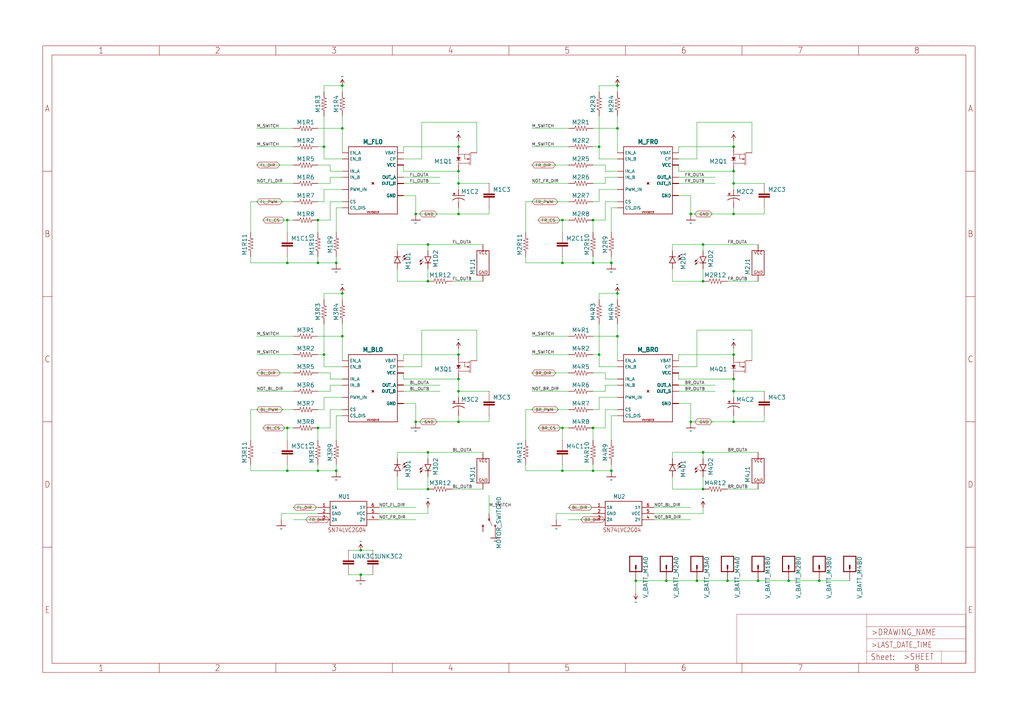
<source format=kicad_sch>
(kicad_sch (version 20211123) (generator eeschema)
  (paper "User" 425.45 299.161)
  (junction (at 119.38 177.8))
  (junction (at 246.38 195.58))
  (junction (at 190.5 71.12))
  (junction (at 304.8 162.56))
  (junction (at 287.02 175.26))
  (junction (at 142.24 139.7))
  (junction (at 264.16 241.3))
  (junction (at 327.66 241.3))
  (junction (at 289.56 241.3))
  (junction (at 134.62 147.32))
  (junction (at 190.5 157.48))
  (junction (at 134.62 60.96))
  (junction (at 256.54 121.92))
  (junction (at 233.68 91.44))
  (junction (at 292.1 203.2))
  (junction (at 190.5 175.26))
  (junction (at 314.96 241.3))
  (junction (at 304.8 60.96))
  (junction (at 302.26 241.3))
  (junction (at 233.68 195.58))
  (junction (at 177.8 203.2))
  (junction (at 177.8 116.84))
  (junction (at 190.5 147.32))
  (junction (at 132.08 109.22))
  (junction (at 142.24 53.34))
  (junction (at 246.38 91.44))
  (junction (at 246.38 177.8))
  (junction (at 172.72 88.9))
  (junction (at 190.5 162.56))
  (junction (at 304.8 71.12))
  (junction (at 119.38 109.22))
  (junction (at 119.38 195.58))
  (junction (at 304.8 88.9))
  (junction (at 177.8 101.6))
  (junction (at 233.68 109.22))
  (junction (at 246.38 109.22))
  (junction (at 142.24 121.92))
  (junction (at 254 109.22))
  (junction (at 292.1 101.6))
  (junction (at 304.8 147.32))
  (junction (at 190.5 60.96))
  (junction (at 132.08 195.58))
  (junction (at 149.86 228.6))
  (junction (at 248.92 60.96))
  (junction (at 292.1 187.96))
  (junction (at 190.5 88.9))
  (junction (at 254 195.58))
  (junction (at 287.02 88.9))
  (junction (at 149.86 238.76))
  (junction (at 292.1 116.84))
  (junction (at 190.5 76.2))
  (junction (at 340.36 241.3))
  (junction (at 304.8 175.26))
  (junction (at 256.54 35.56))
  (junction (at 256.54 139.7))
  (junction (at 132.08 91.44))
  (junction (at 132.08 177.8))
  (junction (at 233.68 177.8))
  (junction (at 276.86 241.3))
  (junction (at 304.8 76.2))
  (junction (at 256.54 53.34))
  (junction (at 304.8 157.48))
  (junction (at 119.38 91.44))
  (junction (at 139.7 195.58))
  (junction (at 248.92 147.32))
  (junction (at 142.24 35.56))
  (junction (at 177.8 187.96))
  (junction (at 139.7 109.22))
  (junction (at 172.72 175.26))
  (wire (pts (xy 137.16 68.58) (xy 132.08 68.58)))
  (wire (pts (xy 142.24 53.34) (xy 142.24 63.5)))
  (wire (pts (xy 246.38 162.56) (xy 251.46 162.56)))
  (wire (pts (xy 203.2 213.36) (xy 203.2 205.74)))
  (wire (pts (xy 314.96 116.84) (xy 302.26 116.84)))
  (wire (pts (xy 121.92 147.32) (xy 106.68 147.32)))
  (wire (pts (xy 167.64 71.12) (xy 190.5 71.12)))
  (wire (pts (xy 254 172.72) (xy 254 182.88)))
  (wire (pts (xy 292.1 104.14) (xy 292.1 101.6)))
  (wire (pts (xy 132.08 215.9) (xy 121.92 215.9)))
  (wire (pts (xy 236.22 147.32) (xy 220.98 147.32)))
  (wire (pts (xy 251.46 157.48) (xy 251.46 154.94)))
  (wire (pts (xy 104.14 83.82) (xy 104.14 96.52)))
  (wire (pts (xy 165.1 101.6) (xy 165.1 104.14)))
  (wire (pts (xy 142.24 165.1) (xy 134.62 165.1)))
  (wire (pts (xy 142.24 124.46) (xy 142.24 121.92)))
  (wire (pts (xy 142.24 38.1) (xy 142.24 35.56)))
  (wire (pts (xy 248.92 48.26) (xy 248.92 60.96)))
  (wire (pts (xy 198.12 50.8) (xy 198.12 63.5)))
  (wire (pts (xy 304.8 88.9) (xy 287.02 88.9)))
  (wire (pts (xy 281.94 149.86) (xy 281.94 147.32)))
  (wire (pts (xy 137.16 71.12) (xy 137.16 68.58)))
  (wire (pts (xy 203.2 86.36) (xy 203.2 88.9)))
  (wire (pts (xy 177.8 213.36) (xy 177.8 210.82)))
  (wire (pts (xy 281.94 71.12) (xy 304.8 71.12)))
  (wire (pts (xy 190.5 71.12) (xy 190.5 76.2)))
  (wire (pts (xy 132.08 106.68) (xy 132.08 109.22)))
  (wire (pts (xy 137.16 160.02) (xy 142.24 160.02)))
  (wire (pts (xy 167.64 167.64) (xy 172.72 167.64)))
  (wire (pts (xy 236.22 139.7) (xy 220.98 139.7)))
  (wire (pts (xy 246.38 76.2) (xy 251.46 76.2)))
  (wire (pts (xy 132.08 210.82) (xy 121.92 210.82)))
  (wire (pts (xy 167.64 81.28) (xy 172.72 81.28)))
  (wire (pts (xy 167.64 66.04) (xy 175.26 66.04)))
  (wire (pts (xy 231.14 213.36) (xy 231.14 215.9)))
  (wire (pts (xy 121.92 91.44) (xy 119.38 91.44)))
  (wire (pts (xy 167.64 152.4) (xy 175.26 152.4)))
  (wire (pts (xy 251.46 177.8) (xy 251.46 170.18)))
  (wire (pts (xy 203.2 76.2) (xy 190.5 76.2)))
  (wire (pts (xy 132.08 182.88) (xy 132.08 177.8)))
  (wire (pts (xy 254 106.68) (xy 254 109.22)))
  (wire (pts (xy 139.7 172.72) (xy 139.7 182.88)))
  (wire (pts (xy 132.08 83.82) (xy 134.62 83.82)))
  (wire (pts (xy 190.5 60.96) (xy 190.5 58.42)))
  (wire (pts (xy 246.38 106.68) (xy 246.38 109.22)))
  (wire (pts (xy 256.54 66.04) (xy 248.92 66.04)))
  (wire (pts (xy 287.02 81.28) (xy 287.02 88.9)))
  (wire (pts (xy 281.94 68.58) (xy 281.94 71.12)))
  (wire (pts (xy 167.64 63.5) (xy 167.64 60.96)))
  (wire (pts (xy 116.84 213.36) (xy 116.84 215.9)))
  (wire (pts (xy 251.46 162.56) (xy 251.46 160.02)))
  (wire (pts (xy 157.48 215.9) (xy 172.72 215.9)))
  (wire (pts (xy 246.38 215.9) (xy 236.22 215.9)))
  (wire (pts (xy 132.08 139.7) (xy 142.24 139.7)))
  (wire (pts (xy 246.38 213.36) (xy 231.14 213.36)))
  (wire (pts (xy 256.54 157.48) (xy 251.46 157.48)))
  (wire (pts (xy 104.14 195.58) (xy 119.38 195.58)))
  (wire (pts (xy 165.1 198.12) (xy 165.1 203.2)))
  (wire (pts (xy 149.86 238.76) (xy 144.78 238.76)))
  (wire (pts (xy 134.62 48.26) (xy 134.62 60.96)))
  (wire (pts (xy 167.64 160.02) (xy 182.88 160.02)))
  (wire (pts (xy 236.22 162.56) (xy 220.98 162.56)))
  (wire (pts (xy 142.24 152.4) (xy 134.62 152.4)))
  (wire (pts (xy 271.78 213.36) (xy 292.1 213.36)))
  (wire (pts (xy 251.46 73.66) (xy 256.54 73.66)))
  (wire (pts (xy 317.5 86.36) (xy 317.5 88.9)))
  (wire (pts (xy 137.16 91.44) (xy 137.16 83.82)))
  (wire (pts (xy 236.22 91.44) (xy 233.68 91.44)))
  (wire (pts (xy 317.5 88.9) (xy 304.8 88.9)))
  (wire (pts (xy 134.62 83.82) (xy 134.62 78.74)))
  (wire (pts (xy 264.16 241.3) (xy 276.86 241.3)))
  (wire (pts (xy 256.54 71.12) (xy 251.46 71.12)))
  (wire (pts (xy 251.46 71.12) (xy 251.46 68.58)))
  (wire (pts (xy 256.54 170.18) (xy 251.46 170.18)))
  (wire (pts (xy 119.38 193.04) (xy 119.38 195.58)))
  (wire (pts (xy 167.64 76.2) (xy 182.88 76.2)))
  (wire (pts (xy 167.64 68.58) (xy 167.64 71.12)))
  (wire (pts (xy 304.8 175.26) (xy 287.02 175.26)))
  (wire (pts (xy 132.08 109.22) (xy 139.7 109.22)))
  (wire (pts (xy 248.92 170.18) (xy 248.92 165.1)))
  (wire (pts (xy 246.38 53.34) (xy 256.54 53.34)))
  (wire (pts (xy 304.8 71.12) (xy 304.8 76.2)))
  (wire (pts (xy 132.08 193.04) (xy 132.08 195.58)))
  (wire (pts (xy 132.08 91.44) (xy 137.16 91.44)))
  (wire (pts (xy 187.96 203.2) (xy 200.66 203.2)))
  (wire (pts (xy 289.56 66.04) (xy 289.56 50.8)))
  (wire (pts (xy 137.16 76.2) (xy 137.16 73.66)))
  (wire (pts (xy 218.44 106.68) (xy 218.44 109.22)))
  (wire (pts (xy 251.46 68.58) (xy 246.38 68.58)))
  (wire (pts (xy 246.38 109.22) (xy 254 109.22)))
  (wire (pts (xy 304.8 86.36) (xy 304.8 88.9)))
  (wire (pts (xy 167.64 73.66) (xy 182.88 73.66)))
  (wire (pts (xy 281.94 154.94) (xy 281.94 157.48)))
  (wire (pts (xy 203.2 175.26) (xy 190.5 175.26)))
  (wire (pts (xy 256.54 53.34) (xy 256.54 63.5)))
  (wire (pts (xy 190.5 86.36) (xy 190.5 88.9)))
  (wire (pts (xy 281.94 162.56) (xy 297.18 162.56)))
  (wire (pts (xy 279.4 104.14) (xy 279.4 101.6)))
  (wire (pts (xy 312.42 137.16) (xy 312.42 149.86)))
  (wire (pts (xy 279.4 190.5) (xy 279.4 187.96)))
  (wire (pts (xy 200.66 187.96) (xy 177.8 187.96)))
  (wire (pts (xy 165.1 203.2) (xy 177.8 203.2)))
  (wire (pts (xy 134.62 38.1) (xy 134.62 35.56)))
  (wire (pts (xy 142.24 83.82) (xy 137.16 83.82)))
  (wire (pts (xy 302.26 241.3) (xy 314.96 241.3)))
  (wire (pts (xy 287.02 167.64) (xy 287.02 175.26)))
  (wire (pts (xy 248.92 152.4) (xy 248.92 147.32)))
  (wire (pts (xy 264.16 241.3) (xy 264.16 246.38)))
  (wire (pts (xy 256.54 152.4) (xy 248.92 152.4)))
  (wire (pts (xy 317.5 162.56) (xy 304.8 162.56)))
  (wire (pts (xy 281.94 76.2) (xy 297.18 76.2)))
  (wire (pts (xy 139.7 193.04) (xy 139.7 195.58)))
  (wire (pts (xy 289.56 137.16) (xy 312.42 137.16)))
  (wire (pts (xy 165.1 187.96) (xy 165.1 190.5)))
  (wire (pts (xy 248.92 134.62) (xy 248.92 147.32)))
  (wire (pts (xy 142.24 170.18) (xy 137.16 170.18)))
  (wire (pts (xy 281.94 152.4) (xy 289.56 152.4)))
  (wire (pts (xy 149.86 228.6) (xy 154.94 228.6)))
  (wire (pts (xy 236.22 76.2) (xy 220.98 76.2)))
  (wire (pts (xy 134.62 147.32) (xy 132.08 147.32)))
  (wire (pts (xy 292.1 101.6) (xy 314.96 101.6)))
  (wire (pts (xy 198.12 137.16) (xy 198.12 149.86)))
  (wire (pts (xy 256.54 139.7) (xy 256.54 149.86)))
  (wire (pts (xy 304.8 147.32) (xy 304.8 144.78)))
  (wire (pts (xy 218.44 193.04) (xy 218.44 195.58)))
  (wire (pts (xy 119.38 106.68) (xy 119.38 109.22)))
  (wire (pts (xy 190.5 162.56) (xy 190.5 165.1)))
  (wire (pts (xy 292.1 203.2) (xy 292.1 198.12)))
  (wire (pts (xy 302.26 203.2) (xy 314.96 203.2)))
  (wire (pts (xy 281.94 167.64) (xy 287.02 167.64)))
  (wire (pts (xy 304.8 76.2) (xy 304.8 78.74)))
  (wire (pts (xy 281.94 63.5) (xy 281.94 60.96)))
  (wire (pts (xy 203.2 162.56) (xy 190.5 162.56)))
  (wire (pts (xy 167.64 157.48) (xy 190.5 157.48)))
  (wire (pts (xy 248.92 35.56) (xy 256.54 35.56)))
  (wire (pts (xy 134.62 66.04) (xy 134.62 60.96)))
  (wire (pts (xy 142.24 172.72) (xy 139.7 172.72)))
  (wire (pts (xy 281.94 73.66) (xy 297.18 73.66)))
  (wire (pts (xy 167.64 162.56) (xy 182.88 162.56)))
  (wire (pts (xy 292.1 111.76) (xy 292.1 116.84)))
  (wire (pts (xy 139.7 106.68) (xy 139.7 109.22)))
  (wire (pts (xy 121.92 162.56) (xy 106.68 162.56)))
  (wire (pts (xy 167.64 149.86) (xy 167.64 147.32)))
  (wire (pts (xy 177.8 187.96) (xy 165.1 187.96)))
  (wire (pts (xy 142.24 66.04) (xy 134.62 66.04)))
  (wire (pts (xy 157.48 213.36) (xy 177.8 213.36)))
  (wire (pts (xy 279.4 101.6) (xy 292.1 101.6)))
  (wire (pts (xy 233.68 177.8) (xy 223.52 177.8)))
  (wire (pts (xy 137.16 162.56) (xy 137.16 160.02)))
  (wire (pts (xy 281.94 81.28) (xy 287.02 81.28)))
  (wire (pts (xy 137.16 73.66) (xy 142.24 73.66)))
  (wire (pts (xy 279.4 116.84) (xy 292.1 116.84)))
  (wire (pts (xy 281.94 160.02) (xy 297.18 160.02)))
  (wire (pts (xy 236.22 170.18) (xy 218.44 170.18)))
  (wire (pts (xy 251.46 160.02) (xy 256.54 160.02)))
  (wire (pts (xy 246.38 83.82) (xy 248.92 83.82)))
  (wire (pts (xy 175.26 137.16) (xy 198.12 137.16)))
  (wire (pts (xy 200.66 101.6) (xy 177.8 101.6)))
  (wire (pts (xy 292.1 213.36) (xy 292.1 210.82)))
  (wire (pts (xy 304.8 162.56) (xy 304.8 165.1)))
  (wire (pts (xy 312.42 50.8) (xy 312.42 63.5)))
  (wire (pts (xy 233.68 195.58) (xy 246.38 195.58)))
  (wire (pts (xy 314.96 241.3) (xy 327.66 241.3)))
  (wire (pts (xy 175.26 152.4) (xy 175.26 137.16)))
  (wire (pts (xy 246.38 193.04) (xy 246.38 195.58)))
  (wire (pts (xy 121.92 154.94) (xy 106.68 154.94)))
  (wire (pts (xy 167.64 60.96) (xy 190.5 60.96)))
  (wire (pts (xy 246.38 195.58) (xy 254 195.58)))
  (wire (pts (xy 119.38 109.22) (xy 132.08 109.22)))
  (wire (pts (xy 248.92 121.92) (xy 256.54 121.92)))
  (wire (pts (xy 132.08 170.18) (xy 134.62 170.18)))
  (wire (pts (xy 256.54 83.82) (xy 251.46 83.82)))
  (wire (pts (xy 271.78 215.9) (xy 287.02 215.9)))
  (wire (pts (xy 177.8 190.5) (xy 177.8 187.96)))
  (wire (pts (xy 137.16 177.8) (xy 137.16 170.18)))
  (wire (pts (xy 279.4 187.96) (xy 292.1 187.96)))
  (wire (pts (xy 154.94 238.76) (xy 149.86 238.76)))
  (wire (pts (xy 121.92 139.7) (xy 106.68 139.7)))
  (wire (pts (xy 175.26 50.8) (xy 198.12 50.8)))
  (wire (pts (xy 248.92 38.1) (xy 248.92 35.56)))
  (wire (pts (xy 233.68 106.68) (xy 233.68 109.22)))
  (wire (pts (xy 134.62 134.62) (xy 134.62 147.32)))
  (wire (pts (xy 246.38 170.18) (xy 248.92 170.18)))
  (wire (pts (xy 132.08 213.36) (xy 116.84 213.36)))
  (wire (pts (xy 246.38 210.82) (xy 236.22 210.82)))
  (wire (pts (xy 203.2 88.9) (xy 190.5 88.9)))
  (wire (pts (xy 157.48 210.82) (xy 172.72 210.82)))
  (wire (pts (xy 256.54 124.46) (xy 256.54 121.92)))
  (wire (pts (xy 248.92 83.82) (xy 248.92 78.74)))
  (wire (pts (xy 104.14 182.88) (xy 104.14 170.18)))
  (wire (pts (xy 276.86 241.3) (xy 289.56 241.3)))
  (wire (pts (xy 167.64 147.32) (xy 190.5 147.32)))
  (wire (pts (xy 132.08 162.56) (xy 137.16 162.56)))
  (wire (pts (xy 177.8 101.6) (xy 165.1 101.6)))
  (wire (pts (xy 187.96 116.84) (xy 200.66 116.84)))
  (wire (pts (xy 279.4 111.76) (xy 279.4 116.84)))
  (wire (pts (xy 281.94 147.32) (xy 304.8 147.32)))
  (wire (pts (xy 233.68 109.22) (xy 246.38 109.22)))
  (wire (pts (xy 137.16 157.48) (xy 137.16 154.94)))
  (wire (pts (xy 218.44 182.88) (xy 218.44 170.18)))
  (wire (pts (xy 256.54 48.26) (xy 256.54 53.34)))
  (wire (pts (xy 292.1 190.5) (xy 292.1 187.96)))
  (wire (pts (xy 134.62 152.4) (xy 134.62 147.32)))
  (wire (pts (xy 142.24 86.36) (xy 139.7 86.36)))
  (wire (pts (xy 190.5 147.32) (xy 190.5 144.78)))
  (wire (pts (xy 218.44 109.22) (xy 233.68 109.22)))
  (wire (pts (xy 289.56 152.4) (xy 289.56 137.16)))
  (wire (pts (xy 172.72 167.64) (xy 172.72 175.26)))
  (wire (pts (xy 256.54 165.1) (xy 248.92 165.1)))
  (wire (pts (xy 292.1 187.96) (xy 314.96 187.96)))
  (wire (pts (xy 233.68 182.88) (xy 233.68 177.8)))
  (wire (pts (xy 218.44 83.82) (xy 218.44 96.52)))
  (wire (pts (xy 119.38 195.58) (xy 132.08 195.58)))
  (wire (pts (xy 304.8 60.96) (xy 304.8 58.42)))
  (wire (pts (xy 142.24 139.7) (xy 142.24 149.86)))
  (wire (pts (xy 281.94 157.48) (xy 304.8 157.48)))
  (wire (pts (xy 121.92 60.96) (xy 106.68 60.96)))
  (wire (pts (xy 119.38 177.8) (xy 109.22 177.8)))
  (wire (pts (xy 190.5 172.72) (xy 190.5 175.26)))
  (wire (pts (xy 139.7 86.36) (xy 139.7 96.52)))
  (wire (pts (xy 167.64 154.94) (xy 167.64 157.48)))
  (wire (pts (xy 142.24 134.62) (xy 142.24 139.7)))
  (wire (pts (xy 177.8 104.14) (xy 177.8 101.6)))
  (wire (pts (xy 121.92 68.58) (xy 106.68 68.58)))
  (wire (pts (xy 256.54 38.1) (xy 256.54 35.56)))
  (wire (pts (xy 119.38 96.52) (xy 119.38 91.44)))
  (wire (pts (xy 121.92 83.82) (xy 104.14 83.82)))
  (wire (pts (xy 121.92 53.34) (xy 106.68 53.34)))
  (wire (pts (xy 236.22 60.96) (xy 220.98 60.96)))
  (wire (pts (xy 190.5 88.9) (xy 172.72 88.9)))
  (wire (pts (xy 132.08 195.58) (xy 139.7 195.58)))
  (wire (pts (xy 327.66 241.3) (xy 340.36 241.3)))
  (wire (pts (xy 246.38 96.52) (xy 246.38 91.44)))
  (wire (pts (xy 248.92 66.04) (xy 248.92 60.96)))
  (wire (pts (xy 246.38 182.88) (xy 246.38 177.8)))
  (wire (pts (xy 175.26 66.04) (xy 175.26 50.8)))
  (wire (pts (xy 132.08 53.34) (xy 142.24 53.34)))
  (wire (pts (xy 142.24 71.12) (xy 137.16 71.12)))
  (wire (pts (xy 289.56 50.8) (xy 312.42 50.8)))
  (wire (pts (xy 218.44 195.58) (xy 233.68 195.58)))
  (wire (pts (xy 134.62 121.92) (xy 142.24 121.92)))
  (wire (pts (xy 134.62 124.46) (xy 134.62 121.92)))
  (wire (pts (xy 317.5 76.2) (xy 304.8 76.2)))
  (wire (pts (xy 304.8 157.48) (xy 304.8 162.56)))
  (wire (pts (xy 134.62 35.56) (xy 142.24 35.56)))
  (wire (pts (xy 177.8 111.76) (xy 177.8 116.84)))
  (wire (pts (xy 121.92 170.18) (xy 104.14 170.18)))
  (wire (pts (xy 279.4 198.12) (xy 279.4 203.2)))
  (wire (pts (xy 251.46 154.94) (xy 246.38 154.94)))
  (wire (pts (xy 119.38 182.88) (xy 119.38 177.8)))
  (wire (pts (xy 203.2 172.72) (xy 203.2 175.26)))
  (wire (pts (xy 236.22 68.58) (xy 220.98 68.58)))
  (wire (pts (xy 165.1 111.76) (xy 165.1 116.84)))
  (wire (pts (xy 256.54 78.74) (xy 248.92 78.74)))
  (wire (pts (xy 246.38 177.8) (xy 251.46 177.8)))
  (wire (pts (xy 340.36 241.3) (xy 353.06 241.3)))
  (wire (pts (xy 165.1 116.84) (xy 177.8 116.84)))
  (wire (pts (xy 233.68 91.44) (xy 223.52 91.44)))
  (wire (pts (xy 251.46 91.44) (xy 251.46 83.82)))
  (wire (pts (xy 281.94 60.96) (xy 304.8 60.96)))
  (wire (pts (xy 177.8 198.12) (xy 177.8 203.2)))
  (wire (pts (xy 137.16 154.94) (xy 132.08 154.94)))
  (wire (pts (xy 172.72 81.28) (xy 172.72 88.9)))
  (wire (pts (xy 248.92 124.46) (xy 248.92 121.92)))
  (wire (pts (xy 190.5 157.48) (xy 190.5 162.56)))
  (wire (pts (xy 254 86.36) (xy 254 96.52)))
  (wire (pts (xy 236.22 154.94) (xy 220.98 154.94)))
  (wire (pts (xy 248.92 60.96) (xy 246.38 60.96)))
  (wire (pts (xy 104.14 109.22) (xy 119.38 109.22)))
  (wire (pts (xy 142.24 78.74) (xy 134.62 78.74)))
  (wire (pts (xy 281.94 66.04) (xy 289.56 66.04)))
  (wire (pts (xy 251.46 76.2) (xy 251.46 73.66)))
  (wire (pts (xy 256.54 172.72) (xy 254 172.72)))
  (wire (pts (xy 121.92 177.8) (xy 119.38 177.8)))
  (wire (pts (xy 236.22 177.8) (xy 233.68 177.8)))
  (wire (pts (xy 142.24 48.26) (xy 142.24 53.34)))
  (wire (pts (xy 246.38 139.7) (xy 256.54 139.7)))
  (wire (pts (xy 236.22 83.82) (xy 218.44 83.82)))
  (wire (pts (xy 279.4 203.2) (xy 292.1 203.2)))
  (wire (pts (xy 233.68 91.44) (xy 233.68 96.52)))
  (wire (pts (xy 271.78 210.82) (xy 287.02 210.82)))
  (wire (pts (xy 254 193.04) (xy 254 195.58)))
  (wire (pts (xy 317.5 175.26) (xy 304.8 175.26)))
  (wire (pts (xy 317.5 172.72) (xy 317.5 175.26)))
  (wire (pts (xy 134.62 60.96) (xy 132.08 60.96)))
  (wire (pts (xy 132.08 76.2) (xy 137.16 76.2)))
  (wire (pts (xy 134.62 170.18) (xy 134.62 165.1)))
  (wire (pts (xy 121.92 76.2) (xy 106.68 76.2)))
  (wire (pts (xy 190.5 175.26) (xy 172.72 175.26)))
  (wire (pts (xy 233.68 193.04) (xy 233.68 195.58)))
  (wire (pts (xy 236.22 53.34) (xy 220.98 53.34)))
  (wire (pts (xy 248.92 147.32) (xy 246.38 147.32)))
  (wire (pts (xy 132.08 177.8) (xy 137.16 177.8)))
  (wire (pts (xy 256.54 134.62) (xy 256.54 139.7)))
  (wire (pts (xy 304.8 172.72) (xy 304.8 175.26)))
  (wire (pts (xy 132.08 96.52) (xy 132.08 91.44)))
  (wire (pts (xy 144.78 228.6) (xy 149.86 228.6)))
  (wire (pts (xy 104.14 106.68) (xy 104.14 109.22)))
  (wire (pts (xy 142.24 157.48) (xy 137.16 157.48)))
  (wire (pts (xy 256.54 86.36) (xy 254 86.36)))
  (wire (pts (xy 289.56 241.3) (xy 302.26 241.3)))
  (wire (pts (xy 190.5 76.2) (xy 190.5 78.74)))
  (wire (pts (xy 119.38 91.44) (xy 109.22 91.44)))
  (wire (pts (xy 104.14 193.04) (xy 104.14 195.58)))
  (wire (pts (xy 246.38 91.44) (xy 251.46 91.44)))
  (label "NOT_BL_DIR" (at 271.78 210.82 0) (effects (font (size 1.2446 1.2446))))
  (label "NOT_FR_DIR" (at 157.48 215.9 0) (effects (font (size 1.2446 1.2446))))
  (label "NOT_BR_DIR" (at 271.78 215.9 0) (effects (font (size 1.2446 1.2446))))
  (label "M_SWITCH" (at 203.2 210.82 0) (effects (font (size 1.2446 1.2446))))
  (label "M_SWITCH" (at 106.68 60.96 0) (effects (font (size 1.2446 1.2446))))
  (label "FR_OUTB" (at 302.26 116.84 0) (effects (font (size 1.2446 1.2446))))
  (label "FR_OUTB" (at 284.48 76.2 0) (effects (font (size 1.2446 1.2446))))
  (label "M_SWITCH" (at 106.68 139.7 0) (effects (font (size 1.2446 1.2446))))
  (label "BR_OUTA" (at 284.48 160.02 0) (effects (font (size 1.2446 1.2446))))
  (label "NOT_FL_DIR" (at 157.48 210.82 0) (effects (font (size 1.2446 1.2446))))
  (label "NOT_FL_DIR" (at 106.68 76.2 0) (effects (font (size 1.2446 1.2446))))
  (label "FL_OUTA" (at 187.96 101.6 0) (effects (font (size 1.2446 1.2446))))
  (label "FL_OUTB" (at 187.96 116.84 0) (effects (font (size 1.2446 1.2446))))
  (label "M_SWITCH" (at 220.98 139.7 0) (effects (font (size 1.2446 1.2446))))
  (label "FL_OUTA" (at 170.18 73.66 0) (effects (font (size 1.2446 1.2446))))
  (label "M_SWITCH" (at 106.68 53.34 0) (effects (font (size 1.2446 1.2446))))
  (label "FL_OUTB" (at 170.18 76.2 0) (effects (font (size 1.2446 1.2446))))
  (label "M_SWITCH" (at 220.98 147.32 0) (effects (font (size 1.2446 1.2446))))
  (label "M_SWITCH" (at 220.98 60.96 0) (effects (font (size 1.2446 1.2446))))
  (label "M_SWITCH" (at 106.68 147.32 0) (effects (font (size 1.2446 1.2446))))
  (label "NOT_BL_DIR" (at 106.68 162.56 0) (effects (font (size 1.2446 1.2446))))
  (label "FR_OUTA" (at 284.48 73.66 0) (effects (font (size 1.2446 1.2446))))
  (label "BL_OUTB" (at 170.18 162.56 0) (effects (font (size 1.2446 1.2446))))
  (label "FR_OUTA" (at 302.26 101.6 0) (effects (font (size 1.2446 1.2446))))
  (label "BL_OUTB" (at 187.96 203.2 0) (effects (font (size 1.2446 1.2446))))
  (label "BL_OUTA" (at 170.18 160.02 0) (effects (font (size 1.2446 1.2446))))
  (label "BL_OUTA" (at 187.96 187.96 0) (effects (font (size 1.2446 1.2446))))
  (label "NOT_BR_DIR" (at 220.98 162.56 0) (effects (font (size 1.2446 1.2446))))
  (label "BR_OUTA" (at 302.26 187.96 0) (effects (font (size 1.2446 1.2446))))
  (label "BR_OUTB" (at 284.48 162.56 0) (effects (font (size 1.2446 1.2446))))
  (label "M_SWITCH" (at 220.98 53.34 0) (effects (font (size 1.2446 1.2446))))
  (label "BR_OUTB" (at 302.26 203.2 0) (effects (font (size 1.2446 1.2446))))
  (label "NOT_FR_DIR" (at 220.98 76.2 0) (effects (font (size 1.2446 1.2446))))
  (global_label "BL_DIR" (shape bidirectional) (at 106.68 154.94 0) (effects (font (size 1.2446 1.2446))) (property "Intersheet References" "${INTERSHEET_REFS}" (effects hide)))
  (global_label "FR_DIR" (shape bidirectional) (at 220.98 68.58 0) (effects (font (size 1.2446 1.2446))) (property "Intersheet References" "${INTERSHEET_REFS}" (effects hide)))
  (global_label "FL_PWM" (shape bidirectional) (at 106.68 83.82 0) (effects (font (size 1.2446 1.2446))) (property "Intersheet References" "${INTERSHEET_REFS}" (effects hide)))
  (global_label "GND" (shape bidirectional) (at 295.91 88.9 180) (effects (font (size 1.2446 1.2446))) (property "Intersheet References" "${INTERSHEET_REFS}" (effects hide)))
  (global_label "BR_DIR" (shape bidirectional) (at 241.3 215.9 0) (effects (font (size 1.2446 1.2446))) (property "Intersheet References" "${INTERSHEET_REFS}" (effects hide)))
  (global_label "FL_DIR" (shape bidirectional) (at 106.68 68.58 0) (effects (font (size 1.2446 1.2446))) (property "Intersheet References" "${INTERSHEET_REFS}" (effects hide)))
  (global_label "BL_PWM" (shape bidirectional) (at 106.68 170.18 0) (effects (font (size 1.2446 1.2446))) (property "Intersheet References" "${INTERSHEET_REFS}" (effects hide)))
  (global_label "GND" (shape bidirectional) (at 295.91 175.26 180) (effects (font (size 1.2446 1.2446))) (property "Intersheet References" "${INTERSHEET_REFS}" (effects hide)))
  (global_label "BR_PWM" (shape bidirectional) (at 220.98 170.18 0) (effects (font (size 1.2446 1.2446))) (property "Intersheet References" "${INTERSHEET_REFS}" (effects hide)))
  (global_label "BL_DIR" (shape bidirectional) (at 236.22 210.82 0) (effects (font (size 1.2446 1.2446))) (property "Intersheet References" "${INTERSHEET_REFS}" (effects hide)))
  (global_label "FR_DIR" (shape bidirectional) (at 127 215.9 0) (effects (font (size 1.2446 1.2446))) (property "Intersheet References" "${INTERSHEET_REFS}" (effects hide)))
  (global_label "BR_DIR" (shape bidirectional) (at 220.98 154.94 0) (effects (font (size 1.2446 1.2446))) (property "Intersheet References" "${INTERSHEET_REFS}" (effects hide)))
  (global_label "BL_CS" (shape bidirectional) (at 109.22 177.8 0) (effects (font (size 1.2446 1.2446))) (property "Intersheet References" "${INTERSHEET_REFS}" (effects hide)))
  (global_label "GND" (shape bidirectional) (at 181.61 175.26 180) (effects (font (size 1.2446 1.2446))) (property "Intersheet References" "${INTERSHEET_REFS}" (effects hide)))
  (global_label "FR_CS" (shape bidirectional) (at 223.52 91.44 0) (effects (font (size 1.2446 1.2446))) (property "Intersheet References" "${INTERSHEET_REFS}" (effects hide)))
  (global_label "FL_DIR" (shape bidirectional) (at 121.92 210.82 0) (effects (font (size 1.2446 1.2446))) (property "Intersheet References" "${INTERSHEET_REFS}" (effects hide)))
  (global_label "FL_CS" (shape bidirectional) (at 109.22 91.44 0) (effects (font (size 1.2446 1.2446))) (property "Intersheet References" "${INTERSHEET_REFS}" (effects hide)))
  (global_label "BR_CS" (shape bidirectional) (at 223.52 177.8 0) (effects (font (size 1.2446 1.2446))) (property "Intersheet References" "${INTERSHEET_REFS}" (effects hide)))
  (global_label "FR_PWM" (shape bidirectional) (at 220.98 83.82 0) (effects (font (size 1.2446 1.2446))) (property "Intersheet References" "${INTERSHEET_REFS}" (effects hide)))
  (global_label "GND" (shape bidirectional) (at 181.61 88.9 180) (effects (font (size 1.2446 1.2446))) (property "Intersheet References" "${INTERSHEET_REFS}" (effects hide)))
  (symbol (lib_id "layer1-eagle-import:LED-BLUE0603") (at 177.8 106.68 0) (unit 1)
    (property "Reference" "M1D2" (at 181.991 111.252 90) (effects (font (size 1.778 1.778)) (justify left bottom)))
  )
  (symbol (lib_id "layer1-eagle-import:3.3V") (at 177.8 210.82 0) (unit 1)
    (property "Reference" "#SUPPLY7" (effects hide))
  )
  (symbol (lib_id "layer1-eagle-import:CAPACITOR0603") (at 119.38 101.6 0) (unit 1)
    (property "Reference" "M1C1" (at 120.904 99.06 0) (effects (font (size 1.778 1.778)) (justify left)))
  )
  (symbol (lib_id "layer1-eagle-import:LED-RED0603") (at 279.4 109.22 180) (unit 1)
    (property "Reference" "M2D1" (at 282.829 104.648 90) (effects (font (size 1.778 1.778)) (justify left bottom)))
  )
  (symbol (lib_id "layer1-eagle-import:RESISTOR0603") (at 127 154.94 0) (unit 1)
    (property "Reference" "M3R5" (at 127 153.416 0) (effects (font (size 1.778 1.778)) (justify bottom)))
  )
  (symbol (lib_id "layer1-eagle-import:RESISTOR0603") (at 254 101.6 90) (unit 1)
    (property "Reference" "M2R9" (at 252.476 101.6 0) (effects (font (size 1.778 1.778)) (justify bottom)))
  )
  (symbol (lib_id "layer1-eagle-import:3.3V") (at 142.24 35.56 0) (unit 1)
    (property "Reference" "#SUPPLY6" (effects hide))
  )
  (symbol (lib_id "layer1-eagle-import:XT30PB-F") (at 314.96 109.22 0) (unit 1)
    (property "Reference" "M2J1" (at 311.658 114.3 90) (effects (font (size 1.778 1.778)) (justify left bottom)))
  )
  (symbol (lib_id "layer1-eagle-import:RESISTOR0603") (at 182.88 116.84 0) (unit 1)
    (property "Reference" "M1R12" (at 182.88 115.316 0) (effects (font (size 1.778 1.778)) (justify bottom)))
  )
  (symbol (lib_id "layer1-eagle-import:VNH5019") (at 154.94 162.56 0) (unit 1)
    (property "Reference" "M_BL0" (at 154.94 145.288 0) (effects (font (size 1.778 1.778) bold)))
  )
  (symbol (lib_id "layer1-eagle-import:RESISTOR0603") (at 241.3 139.7 0) (unit 1)
    (property "Reference" "M4R1" (at 241.3 138.176 0) (effects (font (size 1.778 1.778)) (justify bottom)))
  )
  (symbol (lib_id "layer1-eagle-import:V_BATT") (at 304.8 144.78 0) (unit 1)
    (property "Reference" "#SUPPLY14" (effects hide))
  )
  (symbol (lib_id "layer1-eagle-import:3.5MM_CAP") (at 190.5 81.28 0) (unit 1)
    (property "Reference" "M1C2" (at 191.516 80.645 0) (effects (font (size 1.778 1.778)) (justify left bottom)))
  )
  (symbol (lib_id "layer1-eagle-import:GND") (at 254 198.12 0) (unit 1)
    (property "Reference" "#GND15" (effects hide))
  )
  (symbol (lib_id "layer1-eagle-import:LED-BLUE0603") (at 292.1 193.04 0) (unit 1)
    (property "Reference" "M4D2" (at 296.291 197.612 90) (effects (font (size 1.778 1.778)) (justify left bottom)))
  )
  (symbol (lib_id "layer1-eagle-import:RESISTOR0603") (at 241.3 83.82 0) (unit 1)
    (property "Reference" "M2R7" (at 241.3 82.296 0) (effects (font (size 1.778 1.778)) (justify bottom)))
  )
  (symbol (lib_id "layer1-eagle-import:RESISTOR0603") (at 254 187.96 90) (unit 1)
    (property "Reference" "M4R9" (at 252.476 187.96 0) (effects (font (size 1.778 1.778)) (justify bottom)))
  )
  (symbol (lib_id "layer1-eagle-import:RESISTOR0603") (at 241.3 177.8 0) (unit 1)
    (property "Reference" "M4R8" (at 241.3 176.276 0) (effects (font (size 1.778 1.778)) (justify bottom)))
  )
  (symbol (lib_id "layer1-eagle-import:XT30PB-F") (at 314.96 195.58 0) (unit 1)
    (property "Reference" "M4J1" (at 311.658 200.66 90) (effects (font (size 1.778 1.778)) (justify left bottom)))
  )
  (symbol (lib_id "layer1-eagle-import:V_BATT") (at 190.5 144.78 0) (unit 1)
    (property "Reference" "#SUPPLY12" (effects hide))
  )
  (symbol (lib_id "layer1-eagle-import:A3L-LOC") (at 17.78 279.4 0) (unit 1)
    (property "Reference" "#FRAME5" (effects hide))
  )
  (symbol (lib_id "layer1-eagle-import:LED-RED0603") (at 165.1 195.58 180) (unit 1)
    (property "Reference" "M3D1" (at 168.529 191.008 90) (effects (font (size 1.778 1.778)) (justify left bottom)))
  )
  (symbol (lib_id "layer1-eagle-import:18AWG") (at 302.26 233.68 270) (unit 1)
    (property "Reference" "V_BATT_M4A0" (at 305.308 231.14 0) (effects (font (size 1.778 1.778)) (justify left bottom)))
  )
  (symbol (lib_id "layer1-eagle-import:GND") (at 139.7 111.76 0) (unit 1)
    (property "Reference" "#GND9" (effects hide))
  )
  (symbol (lib_id "layer1-eagle-import:CAPACITOR0603") (at 233.68 101.6 0) (unit 1)
    (property "Reference" "M2C1" (at 235.204 99.06 0) (effects (font (size 1.778 1.778)) (justify left)))
  )
  (symbol (lib_id "layer1-eagle-import:GND") (at 172.72 91.44 0) (unit 1)
    (property "Reference" "#GND3" (effects hide))
  )
  (symbol (lib_id "layer1-eagle-import:3.5MM_CAP") (at 304.8 81.28 0) (unit 1)
    (property "Reference" "M2C2" (at 305.816 80.645 0) (effects (font (size 1.778 1.778)) (justify left bottom)))
  )
  (symbol (lib_id "layer1-eagle-import:RESISTOR0603") (at 134.62 43.18 90) (unit 1)
    (property "Reference" "M1R3" (at 133.096 43.18 0) (effects (font (size 1.778 1.778)) (justify bottom)))
  )
  (symbol (lib_id "layer1-eagle-import:RESISTOR0603") (at 241.3 60.96 0) (unit 1)
    (property "Reference" "M2R2" (at 241.3 59.436 0) (effects (font (size 1.778 1.778)) (justify bottom)))
  )
  (symbol (lib_id "layer1-eagle-import:CAPACITOR0603") (at 203.2 167.64 0) (unit 1)
    (property "Reference" "M3C3" (at 204.724 165.1 0) (effects (font (size 1.778 1.778)) (justify left)))
  )
  (symbol (lib_id "layer1-eagle-import:GND") (at 116.84 218.44 0) (unit 1)
    (property "Reference" "#GND8" (effects hide))
  )
  (symbol (lib_id "layer1-eagle-import:XT30PB-F") (at 200.66 195.58 0) (unit 1)
    (property "Reference" "M3J1" (at 197.358 200.66 90) (effects (font (size 1.778 1.778)) (justify left bottom)))
  )
  (symbol (lib_id "layer1-eagle-import:LED-BLUE0603") (at 177.8 193.04 0) (unit 1)
    (property "Reference" "M3D2" (at 181.991 197.612 90) (effects (font (size 1.778 1.778)) (justify left bottom)))
  )
  (symbol (lib_id "layer1-eagle-import:RESISTOR0603") (at 139.7 187.96 90) (unit 1)
    (property "Reference" "M3R9" (at 138.176 187.96 0) (effects (font (size 1.778 1.778)) (justify bottom)))
  )
  (symbol (lib_id "layer1-eagle-import:RESISTOR0603") (at 241.3 162.56 0) (unit 1)
    (property "Reference" "M4R6" (at 241.3 161.036 0) (effects (font (size 1.778 1.778)) (justify bottom)))
  )
  (symbol (lib_id "layer1-eagle-import:GND") (at 287.02 91.44 0) (unit 1)
    (property "Reference" "#GND42" (effects hide))
  )
  (symbol (lib_id "layer1-eagle-import:MOSFET-NCH-FDD8780") (at 193.04 66.04 180) (unit 1)
    (property "Reference" "M1Q1" (at 187.96 66.04 0) (effects (font (size 1.778 1.778)) (justify left bottom)))
  )
  (symbol (lib_id "layer1-eagle-import:RESISTOR0603") (at 127 76.2 0) (unit 1)
    (property "Reference" "M1R6" (at 127 74.676 0) (effects (font (size 1.778 1.778)) (justify bottom)))
  )
  (symbol (lib_id "layer1-eagle-import:18AWG") (at 289.56 233.68 270) (unit 1)
    (property "Reference" "V_BATT_M3A0" (at 292.608 231.14 0) (effects (font (size 1.778 1.778)) (justify left bottom)))
  )
  (symbol (lib_id "layer1-eagle-import:18AWG") (at 276.86 233.68 270) (unit 1)
    (property "Reference" "V_BATT_M2A0" (at 279.908 231.14 0) (effects (font (size 1.778 1.778)) (justify left bottom)))
  )
  (symbol (lib_id "layer1-eagle-import:RESISTOR0603") (at 241.3 91.44 0) (unit 1)
    (property "Reference" "M2R8" (at 241.3 89.916 0) (effects (font (size 1.778 1.778)) (justify bottom)))
  )
  (symbol (lib_id "layer1-eagle-import:18AWG") (at 327.66 233.68 270) (unit 1)
    (property "Reference" "V_BATT_M2B0" (at 330.708 231.14 0) (effects (font (size 1.778 1.778)) (justify left bottom)))
  )
  (symbol (lib_id "layer1-eagle-import:CAPACITOR0603") (at 317.5 167.64 0) (unit 1)
    (property "Reference" "M4C3" (at 319.024 165.1 0) (effects (font (size 1.778 1.778)) (justify left)))
  )
  (symbol (lib_id "layer1-eagle-import:RESISTOR0603") (at 256.54 129.54 90) (unit 1)
    (property "Reference" "M4R4" (at 255.016 129.54 0) (effects (font (size 1.778 1.778)) (justify bottom)))
  )
  (symbol (lib_id "layer1-eagle-import:LED-BLUE0603") (at 292.1 106.68 0) (unit 1)
    (property "Reference" "M2D2" (at 296.291 111.252 90) (effects (font (size 1.778 1.778)) (justify left bottom)))
  )
  (symbol (lib_id "layer1-eagle-import:3.3V") (at 256.54 35.56 0) (unit 1)
    (property "Reference" "#SUPPLY9" (effects hide))
  )
  (symbol (lib_id "layer1-eagle-import:RESISTOR0603") (at 127 147.32 0) (unit 1)
    (property "Reference" "M3R2" (at 127 145.796 0) (effects (font (size 1.778 1.778)) (justify bottom)))
  )
  (symbol (lib_id "layer1-eagle-import:LED-RED0603") (at 165.1 109.22 180) (unit 1)
    (property "Reference" "M1D1" (at 168.529 104.648 90) (effects (font (size 1.778 1.778)) (justify left bottom)))
  )
  (symbol (lib_id "layer1-eagle-import:RESISTOR0603") (at 218.44 101.6 90) (unit 1)
    (property "Reference" "M2R11" (at 216.916 101.6 0) (effects (font (size 1.778 1.778)) (justify bottom)))
  )
  (symbol (lib_id "layer1-eagle-import:RESISTOR0603") (at 246.38 101.6 90) (unit 1)
    (property "Reference" "M2R10" (at 244.856 101.6 0) (effects (font (size 1.778 1.778)) (justify bottom)))
  )
  (symbol (lib_id "layer1-eagle-import:CAPACITOR0603") (at 317.5 81.28 0) (unit 1)
    (property "Reference" "M2C3" (at 319.024 78.74 0) (effects (font (size 1.778 1.778)) (justify left)))
  )
  (symbol (lib_id "layer1-eagle-import:V_BATT") (at 264.16 246.38 180) (unit 1)
    (property "Reference" "#SUPPLY2" (effects hide))
  )
  (symbol (lib_id "layer1-eagle-import:RESISTOR0603") (at 127 170.18 0) (unit 1)
    (property "Reference" "M3R7" (at 127 168.656 0) (effects (font (size 1.778 1.778)) (justify bottom)))
  )
  (symbol (lib_id "layer1-eagle-import:GND") (at 172.72 177.8 0) (unit 1)
    (property "Reference" "#GND14" (effects hide))
  )
  (symbol (lib_id "layer1-eagle-import:CAPACITOR0603") (at 154.94 233.68 0) (unit 1)
    (property "Reference" "UNK3C2" (at 156.464 231.14 0) (effects (font (size 1.778 1.778)) (justify left)))
  )
  (symbol (lib_id "layer1-eagle-import:RESISTOR0603") (at 134.62 129.54 90) (unit 1)
    (property "Reference" "M3R3" (at 133.096 129.54 0) (effects (font (size 1.778 1.778)) (justify bottom)))
  )
  (symbol (lib_id "layer1-eagle-import:V_BATT") (at 190.5 58.42 0) (unit 1)
    (property "Reference" "#SUPPLY8" (effects hide))
  )
  (symbol (lib_id "layer1-eagle-import:3.3V") (at 149.86 228.6 0) (unit 1)
    (property "Reference" "#SUPPLY21" (effects hide))
  )
  (symbol (lib_id "layer1-eagle-import:3.3V") (at 256.54 121.92 0) (unit 1)
    (property "Reference" "#SUPPLY13" (effects hide))
  )
  (symbol (lib_id "layer1-eagle-import:RESISTOR0603") (at 241.3 68.58 0) (unit 1)
    (property "Reference" "M2R5" (at 241.3 67.056 0) (effects (font (size 1.778 1.778)) (justify bottom)))
  )
  (symbol (lib_id "layer1-eagle-import:3.3V") (at 292.1 210.82 0) (unit 1)
    (property "Reference" "#SUPPLY15" (effects hide))
  )
  (symbol (lib_id "layer1-eagle-import:CAPACITOR0603") (at 144.78 233.68 0) (unit 1)
    (property "Reference" "UNK3C1" (at 146.304 231.14 0) (effects (font (size 1.778 1.778)) (justify left)))
  )
  (symbol (lib_id "layer1-eagle-import:XT30PB-F") (at 200.66 109.22 0) (unit 1)
    (property "Reference" "M1J1" (at 197.358 114.3 90) (effects (font (size 1.778 1.778)) (justify left bottom)))
  )
  (symbol (lib_id "layer1-eagle-import:VNH5019") (at 269.24 76.2 0) (unit 1)
    (property "Reference" "M_FR0" (at 269.24 58.928 0) (effects (font (size 1.778 1.778) bold)))
  )
  (symbol (lib_id "layer1-eagle-import:RESISTOR0603") (at 127 83.82 0) (unit 1)
    (property "Reference" "M1R7" (at 127 82.296 0) (effects (font (size 1.778 1.778)) (justify bottom)))
  )
  (symbol (lib_id "layer1-eagle-import:18AWG") (at 314.96 233.68 270) (unit 1)
    (property "Reference" "V_BATT_M1B0" (at 318.008 231.14 0) (effects (font (size 1.778 1.778)) (justify left bottom)))
  )
  (symbol (lib_id "layer1-eagle-import:3.5MM_CAP") (at 190.5 167.64 0) (unit 1)
    (property "Reference" "M3C2" (at 191.516 167.005 0) (effects (font (size 1.778 1.778)) (justify left bottom)))
  )
  (symbol (lib_id "layer1-eagle-import:SN74LVC2G04DBVR") (at 259.08 213.36 0) (unit 1)
    (property "Reference" "MU2" (at 254.762 207.264 0) (effects (font (size 1.778 1.5113)) (justify left bottom)))
  )
  (symbol (lib_id "layer1-eagle-import:RESISTOR0603") (at 127 177.8 0) (unit 1)
    (property "Reference" "M3R8" (at 127 176.276 0) (effects (font (size 1.778 1.778)) (justify bottom)))
  )
  (symbol (lib_id "layer1-eagle-import:RESISTOR0603") (at 248.92 43.18 90) (unit 1)
    (property "Reference" "M2R3" (at 247.396 43.18 0) (effects (font (size 1.778 1.778)) (justify bottom)))
  )
  (symbol (lib_id "layer1-eagle-import:RESISTOR0603") (at 256.54 43.18 90) (unit 1)
    (property "Reference" "M2R4" (at 255.016 43.18 0) (effects (font (size 1.778 1.778)) (justify bottom)))
  )
  (symbol (lib_id "layer1-eagle-import:RESISTOR0603") (at 127 162.56 0) (unit 1)
    (property "Reference" "M3R6" (at 127 161.036 0) (effects (font (size 1.778 1.778)) (justify bottom)))
  )
  (symbol (lib_id "layer1-eagle-import:3.5MM_CAP") (at 304.8 167.64 0) (unit 1)
    (property "Reference" "M4C2" (at 305.816 167.005 0) (effects (font (size 1.778 1.778)) (justify left bottom)))
  )
  (symbol (lib_id "layer1-eagle-import:RESISTOR0603") (at 127 139.7 0) (unit 1)
    (property "Reference" "M3R1" (at 127 138.176 0) (effects (font (size 1.778 1.778)) (justify bottom)))
  )
  (symbol (lib_id "layer1-eagle-import:RESISTOR0603") (at 127 53.34 0) (unit 1)
    (property "Reference" "M1R1" (at 127 51.816 0) (effects (font (size 1.778 1.778)) (justify bottom)))
  )
  (symbol (lib_id "layer1-eagle-import:RESISTOR0603") (at 127 60.96 0) (unit 1)
    (property "Reference" "M1R2" (at 127 59.436 0) (effects (font (size 1.778 1.778)) (justify bottom)))
  )
  (symbol (lib_id "layer1-eagle-import:CAPACITOR0603") (at 233.68 187.96 0) (unit 1)
    (property "Reference" "M4C1" (at 235.204 185.42 0) (effects (font (size 1.778 1.778)) (justify left)))
  )
  (symbol (lib_id "layer1-eagle-import:GND") (at 205.74 223.52 0) (unit 1)
    (property "Reference" "#GND37" (effects hide))
  )
  (symbol (lib_id "layer1-eagle-import:RESISTOR0603") (at 241.3 170.18 0) (unit 1)
    (property "Reference" "M4R7" (at 241.3 168.656 0) (effects (font (size 1.778 1.778)) (justify bottom)))
  )
  (symbol (lib_id "layer1-eagle-import:GND") (at 231.14 218.44 0) (unit 1)
    (property "Reference" "#GND17" (effects hide))
  )
  (symbol (lib_id "layer1-eagle-import:RESISTOR0603") (at 127 91.44 0) (unit 1)
    (property "Reference" "M1R8" (at 127 89.916 0) (effects (font (size 1.778 1.778)) (justify bottom)))
  )
  (symbol (lib_id "layer1-eagle-import:RESISTOR0603") (at 104.14 187.96 90) (unit 1)
    (property "Reference" "M3R11" (at 102.616 187.96 0) (effects (font (size 1.778 1.778)) (justify bottom)))
  )
  (symbol (lib_id "layer1-eagle-import:VNH5019") (at 269.24 162.56 0) (unit 1)
    (property "Reference" "M_BR0" (at 269.24 145.288 0) (effects (font (size 1.778 1.778) bold)))
  )
  (symbol (lib_id "layer1-eagle-import:RESISTOR0603") (at 246.38 187.96 90) (unit 1)
    (property "Reference" "M4R10" (at 244.856 187.96 0) (effects (font (size 1.778 1.778)) (justify bottom)))
  )
  (symbol (lib_id "layer1-eagle-import:18AWG") (at 353.06 233.68 270) (unit 1)
    (property "Reference" "V_BATT_M4B0" (at 356.108 231.14 0) (effects (font (size 1.778 1.778)) (justify left bottom)))
  )
  (symbol (lib_id "layer1-eagle-import:RESISTOR0603") (at 127 68.58 0) (unit 1)
    (property "Reference" "M1R5" (at 127 67.056 0) (effects (font (size 1.778 1.778)) (justify bottom)))
  )
  (symbol (lib_id "layer1-eagle-import:3.3V") (at 142.24 121.92 0) (unit 1)
    (property "Reference" "#SUPPLY11" (effects hide))
  )
  (symbol (lib_id "layer1-eagle-import:18AWG") (at 340.36 233.68 270) (unit 1)
    (property "Reference" "V_BATT_M3B0" (at 343.408 231.14 0) (effects (font (size 1.778 1.778)) (justify left bottom)))
  )
  (symbol (lib_id "layer1-eagle-import:RESISTOR0603") (at 297.18 116.84 0) (unit 1)
    (property "Reference" "M2R12" (at 297.18 115.316 0) (effects (font (size 1.778 1.778)) (justify bottom)))
  )
  (symbol (lib_id "layer1-eagle-import:GND") (at 287.02 177.8 0) (unit 1)
    (property "Reference" "#GND6" (effects hide))
  )
  (symbol (lib_id "layer1-eagle-import:RESISTOR0603") (at 241.3 154.94 0) (unit 1)
    (property "Reference" "M4R5" (at 241.3 153.416 0) (effects (font (size 1.778 1.778)) (justify bottom)))
  )
  (symbol (lib_id "layer1-eagle-import:RESISTOR0603") (at 241.3 147.32 0) (unit 1)
    (property "Reference" "M4R2" (at 241.3 145.796 0) (effects (font (size 1.778 1.778)) (justify bottom)))
  )
  (symbol (lib_id "layer1-eagle-import:RESISTOR0603") (at 142.24 129.54 90) (unit 1)
    (property "Reference" "M3R4" (at 140.716 129.54 0) (effects (font (size 1.778 1.778)) (justify bottom)))
  )
  (symbol (lib_id "layer1-eagle-import:RESISTOR0603") (at 297.18 203.2 0) (unit 1)
    (property "Reference" "M4R12" (at 297.18 201.676 0) (effects (font (size 1.778 1.778)) (justify bottom)))
  )
  (symbol (lib_id "layer1-eagle-import:MOSFET-NCH-FDD8780") (at 307.34 152.4 180) (unit 1)
    (property "Reference" "M4Q1" (at 302.26 152.4 0) (effects (font (size 1.778 1.778)) (justify left bottom)))
  )
  (symbol (lib_id "layer1-eagle-import:CAPACITOR0603") (at 203.2 81.28 0) (unit 1)
    (property "Reference" "M1C3" (at 204.724 78.74 0) (effects (font (size 1.778 1.778)) (justify left)))
  )
  (symbol (lib_id "layer1-eagle-import:RESISTOR0603") (at 241.3 53.34 0) (unit 1)
    (property "Reference" "M2R1" (at 241.3 51.816 0) (effects (font (size 1.778 1.778)) (justify bottom)))
  )
  (symbol (lib_id "layer1-eagle-import:GND") (at 149.86 241.3 0) (unit 1)
    (property "Reference" "#GND12" (effects hide))
  )
  (symbol (lib_id "layer1-eagle-import:RESISTOR0603") (at 182.88 203.2 0) (unit 1)
    (property "Reference" "M3R12" (at 182.88 201.676 0) (effects (font (size 1.778 1.778)) (justify bottom)))
  )
  (symbol (lib_id "layer1-eagle-import:LED-RED0603") (at 279.4 195.58 180) (unit 1)
    (property "Reference" "M4D1" (at 282.829 191.008 90) (effects (font (size 1.778 1.778)) (justify left bottom)))
  )
  (symbol (lib_id "layer1-eagle-import:VNH5019") (at 154.94 76.2 0) (unit 1)
    (property "Reference" "M_FL0" (at 154.94 58.928 0) (effects (font (size 1.778 1.778) bold)))
  )
  (symbol (lib_id "layer1-eagle-import:RESISTOR0603") (at 139.7 101.6 90) (unit 1)
    (property "Reference" "M1R9" (at 138.176 101.6 0) (effects (font (size 1.778 1.778)) (justify bottom)))
  )
  (symbol (lib_id "layer1-eagle-import:18AWG") (at 264.16 233.68 270) (unit 1)
    (property "Reference" "V_BATT_M1A0" (at 267.208 231.14 0) (effects (font (size 1.778 1.778)) (justify left bottom)))
  )
  (symbol (lib_id "layer1-eagle-import:RESISTOR0603") (at 132.08 187.96 90) (unit 1)
    (property "Reference" "M3R10" (at 130.556 187.96 0) (effects (font (size 1.778 1.778)) (justify bottom)))
  )
  (symbol (lib_id "layer1-eagle-import:MOSFET-NCH-FDD8780") (at 307.34 66.04 180) (unit 1)
    (property "Reference" "M2Q1" (at 302.26 66.04 0) (effects (font (size 1.778 1.778)) (justify left bottom)))
  )
  (symbol (lib_id "layer1-eagle-import:RESISTOR0603") (at 218.44 187.96 90) (unit 1)
    (property "Reference" "M4R11" (at 216.916 187.96 0) (effects (font (size 1.778 1.778)) (justify bottom)))
  )
  (symbol (lib_id "layer1-eagle-import:RESISTOR0603") (at 241.3 76.2 0) (unit 1)
    (property "Reference" "M2R6" (at 241.3 74.676 0) (effects (font (size 1.778 1.778)) (justify bottom)))
  )
  (symbol (lib_id "layer1-eagle-import:V_BATT") (at 304.8 58.42 0) (unit 1)
    (property "Reference" "#SUPPLY10" (effects hide))
  )
  (symbol (lib_id "layer1-eagle-import:GND") (at 139.7 198.12 0) (unit 1)
    (property "Reference" "#GND13" (effects hide))
  )
  (symbol (lib_id "layer1-eagle-import:RESISTOR0603") (at 142.24 43.18 90) (unit 1)
    (property "Reference" "M1R4" (at 140.716 43.18 0) (effects (font (size 1.778 1.778)) (justify bottom)))
  )
  (symbol (lib_id "layer1-eagle-import:GND") (at 254 111.76 0) (unit 1)
    (property "Reference" "#GND11" (effects hide))
  )
  (symbol (lib_id "layer1-eagle-import:SWITCH-SPDT-PTH-11.6X4.0MM-LOCK") (at 203.2 215.9 270) (unit 1)
    (property "Reference" "MOTOR_SWITCH0" (at 206.248 217.17 0) (effects (font (size 1.778 1.778)) (justify bottom)))
  )
  (symbol (lib_id "layer1-eagle-import:SN74LVC2G04DBVR") (at 144.78 213.36 0) (unit 1)
    (property "Reference" "MU1" (at 140.462 207.264 0) (effects (font (size 1.778 1.5113)) (justify left bottom)))
  )
  (symbol (lib_id "layer1-eagle-import:RESISTOR0603") (at 132.08 101.6 90) (unit 1)
    (property "Reference" "M1R10" (at 130.556 101.6 0) (effects (font (size 1.778 1.778)) (justify bottom)))
  )
  (symbol (lib_id "layer1-eagle-import:RESISTOR0603") (at 248.92 129.54 90) (unit 1)
    (property "Reference" "M4R3" (at 247.396 129.54 0) (effects (font (size 1.778 1.778)) (justify bottom)))
  )
  (symbol (lib_id "layer1-eagle-import:RESISTOR0603") (at 104.14 101.6 90) (unit 1)
    (property "Reference" "M1R11" (at 102.616 101.6 0) (effects (font (size 1.778 1.778)) (justify bottom)))
  )
  (symbol (lib_id "layer1-eagle-import:MOSFET-NCH-FDD8780") (at 193.04 152.4 180) (unit 1)
    (property "Reference" "M3Q1" (at 187.96 152.4 0) (effects (font (size 1.778 1.778)) (justify left bottom)))
  )
  (symbol (lib_id "layer1-eagle-import:CAPACITOR0603") (at 119.38 187.96 0) (unit 1)
    (property "Reference" "M3C1" (at 120.904 185.42 0) (effects (font (size 1.778 1.778)) (justify left)))
  )
)
</source>
